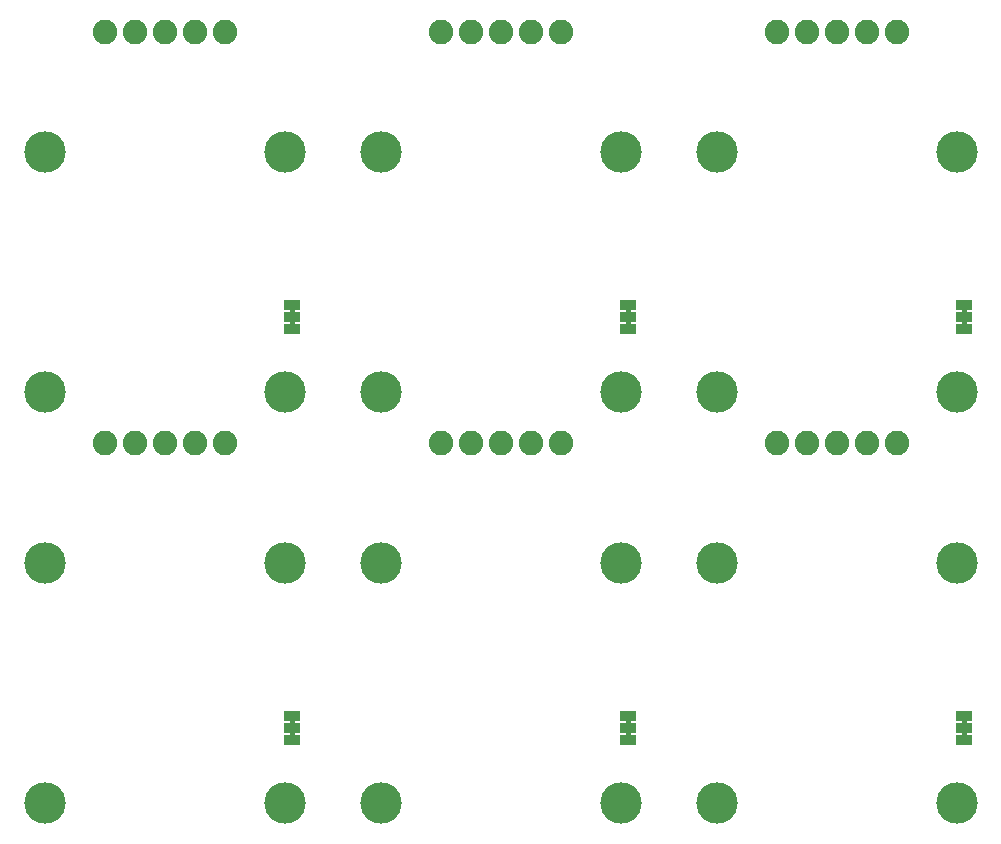
<source format=gbs>
G75*
%MOIN*%
%OFA0B0*%
%FSLAX25Y25*%
%IPPOS*%
%LPD*%
%AMOC8*
5,1,8,0,0,1.08239X$1,22.5*
%
%ADD10R,0.05800X0.03300*%
%ADD11C,0.00500*%
%ADD12C,0.13800*%
%ADD13C,0.08200*%
D10*
X0131250Y0059500D03*
X0131250Y0063500D03*
X0131250Y0067500D03*
X0243250Y0067500D03*
X0243250Y0063500D03*
X0243250Y0059500D03*
X0355250Y0059500D03*
X0355250Y0063500D03*
X0355250Y0067500D03*
X0355250Y0196500D03*
X0355250Y0200500D03*
X0355250Y0204500D03*
X0243250Y0204500D03*
X0243250Y0200500D03*
X0243250Y0196500D03*
X0131250Y0196500D03*
X0131250Y0200500D03*
X0131250Y0204500D03*
D11*
X0131750Y0203250D02*
X0130750Y0203250D01*
X0130750Y0201750D01*
X0131750Y0201750D01*
X0131750Y0203250D01*
X0131750Y0202979D02*
X0130750Y0202979D01*
X0130750Y0202480D02*
X0131750Y0202480D01*
X0131750Y0201982D02*
X0130750Y0201982D01*
X0130750Y0199250D02*
X0131750Y0199250D01*
X0131750Y0197750D01*
X0130750Y0197750D01*
X0130750Y0199250D01*
X0130750Y0198991D02*
X0131750Y0198991D01*
X0131750Y0198492D02*
X0130750Y0198492D01*
X0130750Y0197994D02*
X0131750Y0197994D01*
X0242750Y0197994D02*
X0243750Y0197994D01*
X0243750Y0197750D02*
X0243750Y0199250D01*
X0242750Y0199250D01*
X0242750Y0197750D01*
X0243750Y0197750D01*
X0243750Y0198492D02*
X0242750Y0198492D01*
X0242750Y0198991D02*
X0243750Y0198991D01*
X0243750Y0201750D02*
X0243750Y0203250D01*
X0242750Y0203250D01*
X0242750Y0201750D01*
X0243750Y0201750D01*
X0243750Y0201982D02*
X0242750Y0201982D01*
X0242750Y0202480D02*
X0243750Y0202480D01*
X0243750Y0202979D02*
X0242750Y0202979D01*
X0354750Y0202979D02*
X0355750Y0202979D01*
X0355750Y0203250D02*
X0354750Y0203250D01*
X0354750Y0201750D01*
X0355750Y0201750D01*
X0355750Y0203250D01*
X0355750Y0202480D02*
X0354750Y0202480D01*
X0354750Y0201982D02*
X0355750Y0201982D01*
X0355750Y0199250D02*
X0354750Y0199250D01*
X0354750Y0197750D01*
X0355750Y0197750D01*
X0355750Y0199250D01*
X0355750Y0198991D02*
X0354750Y0198991D01*
X0354750Y0198492D02*
X0355750Y0198492D01*
X0355750Y0197994D02*
X0354750Y0197994D01*
X0354750Y0066250D02*
X0355750Y0066250D01*
X0355750Y0064750D01*
X0354750Y0064750D01*
X0354750Y0066250D01*
X0354750Y0065888D02*
X0355750Y0065888D01*
X0355750Y0065390D02*
X0354750Y0065390D01*
X0354750Y0064891D02*
X0355750Y0064891D01*
X0355750Y0062250D02*
X0354750Y0062250D01*
X0354750Y0060750D01*
X0355750Y0060750D01*
X0355750Y0062250D01*
X0355750Y0061900D02*
X0354750Y0061900D01*
X0354750Y0061402D02*
X0355750Y0061402D01*
X0355750Y0060903D02*
X0354750Y0060903D01*
X0243750Y0060903D02*
X0242750Y0060903D01*
X0242750Y0060750D02*
X0243750Y0060750D01*
X0243750Y0062250D01*
X0242750Y0062250D01*
X0242750Y0060750D01*
X0242750Y0061402D02*
X0243750Y0061402D01*
X0243750Y0061900D02*
X0242750Y0061900D01*
X0242750Y0064750D02*
X0243750Y0064750D01*
X0243750Y0066250D01*
X0242750Y0066250D01*
X0242750Y0064750D01*
X0242750Y0064891D02*
X0243750Y0064891D01*
X0243750Y0065390D02*
X0242750Y0065390D01*
X0242750Y0065888D02*
X0243750Y0065888D01*
X0131750Y0065888D02*
X0130750Y0065888D01*
X0130750Y0066250D02*
X0131750Y0066250D01*
X0131750Y0064750D01*
X0130750Y0064750D01*
X0130750Y0066250D01*
X0130750Y0065390D02*
X0131750Y0065390D01*
X0131750Y0064891D02*
X0130750Y0064891D01*
X0130750Y0062250D02*
X0131750Y0062250D01*
X0131750Y0060750D01*
X0130750Y0060750D01*
X0130750Y0062250D01*
X0130750Y0061900D02*
X0131750Y0061900D01*
X0131750Y0061402D02*
X0130750Y0061402D01*
X0130750Y0060903D02*
X0131750Y0060903D01*
D12*
X0048750Y0038500D03*
X0128750Y0038500D03*
X0160750Y0038500D03*
X0240750Y0038500D03*
X0272750Y0038500D03*
X0352750Y0038500D03*
X0352750Y0118500D03*
X0352750Y0175500D03*
X0272750Y0175500D03*
X0240750Y0175500D03*
X0240750Y0118500D03*
X0272750Y0118500D03*
X0160750Y0118500D03*
X0128750Y0118500D03*
X0128750Y0175500D03*
X0160750Y0175500D03*
X0048750Y0175500D03*
X0048750Y0118500D03*
X0048750Y0255500D03*
X0128750Y0255500D03*
X0160750Y0255500D03*
X0240750Y0255500D03*
X0272750Y0255500D03*
X0352750Y0255500D03*
D13*
X0332750Y0295500D03*
X0322750Y0295500D03*
X0312750Y0295500D03*
X0302750Y0295500D03*
X0292750Y0295500D03*
X0220750Y0295500D03*
X0210750Y0295500D03*
X0200750Y0295500D03*
X0190750Y0295500D03*
X0180750Y0295500D03*
X0108750Y0295500D03*
X0098750Y0295500D03*
X0088750Y0295500D03*
X0078750Y0295500D03*
X0068750Y0295500D03*
X0068750Y0158500D03*
X0078750Y0158500D03*
X0088750Y0158500D03*
X0098750Y0158500D03*
X0108750Y0158500D03*
X0180750Y0158500D03*
X0190750Y0158500D03*
X0200750Y0158500D03*
X0210750Y0158500D03*
X0220750Y0158500D03*
X0292750Y0158500D03*
X0302750Y0158500D03*
X0312750Y0158500D03*
X0322750Y0158500D03*
X0332750Y0158500D03*
M02*

</source>
